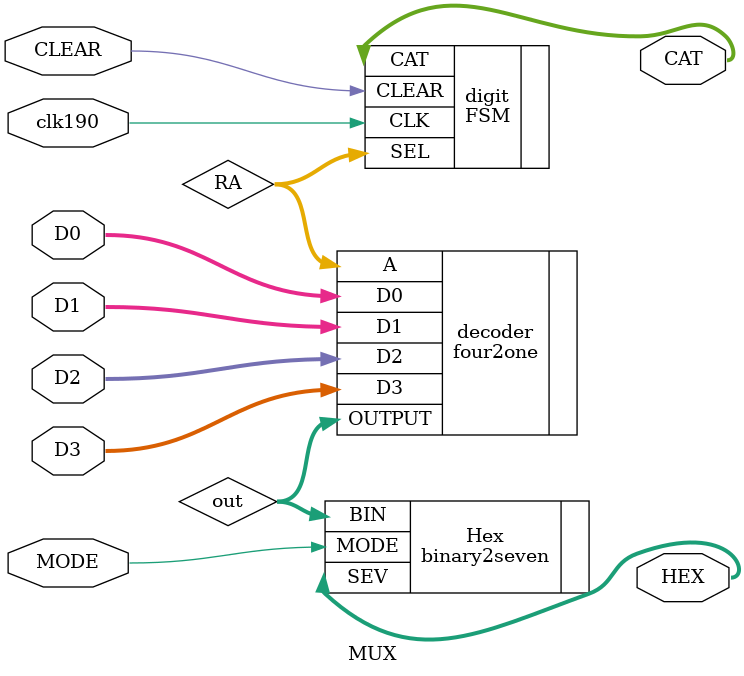
<source format=sv>
module MUX 
(
	input clk190, CLEAR, MODE,
	input [3:0] D0, D1, D2, D3, 
	output logic [3:0] CAT, 
	output logic [0:6] HEX
);

		logic [1:0] RA;			// Digit in-code
		logic [3:0] out;			// Active Digit on Hex Display

		
	four2one decoder			 	// Four to one module
	(									
		.A(RA),
		.D0(D0), 
		.D1(D1), 
		.D2(D2), 
		.D3(D3),
		.OUTPUT(out)
	);
	
	FSM digit						// Finite State Machine
	(									// Actively updates HEX digit
		.CLK(clk190),
		.CLEAR(CLEAR),
		.SEL(RA),
		.CAT(CAT)
	);

	
	binary2seven Hex				//	Display Numbers
	(									// Does Crawling nubers/message
		.BIN(out), 					// baseon on switch input if needed
		.MODE(MODE),
		.SEV(HEX)
	);
	

endmodule 
</source>
